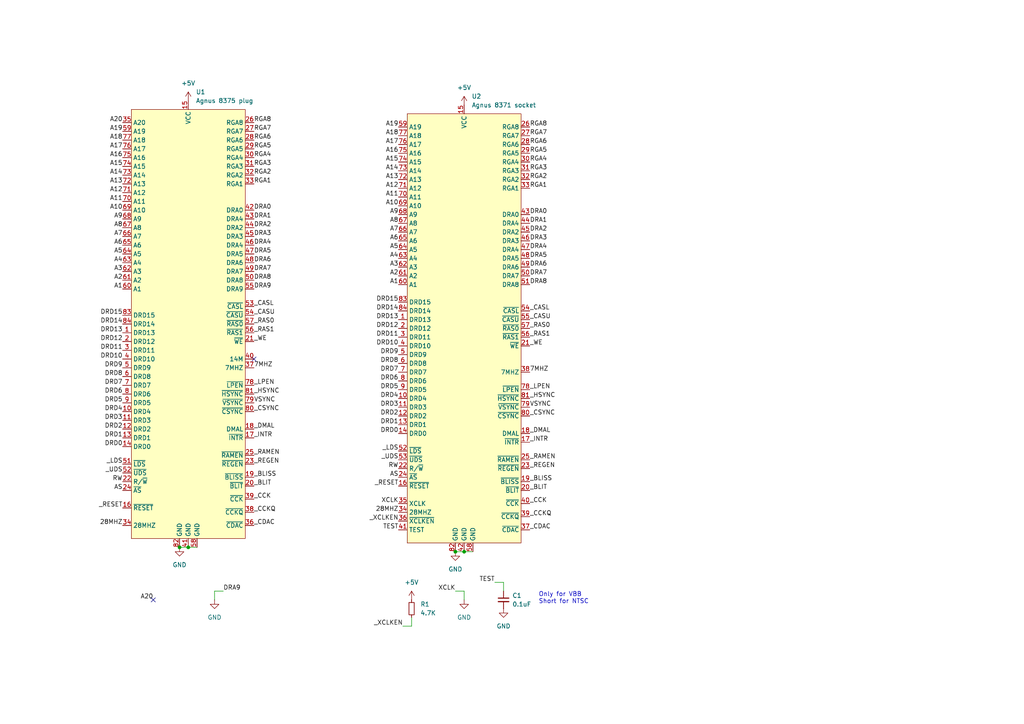
<source format=kicad_sch>
(kicad_sch (version 20231120) (generator "eeschema") (generator_version "8.0")
  (paper "A4")
  (title_block (title "A500+ Agnus retrofit SMD version") (date "2024-03-07") (rev "0.1") (company "FLACO 2024 CC-BY-NC-SA") (comment 1 "Agnus 8371/8372A on A500+ motherboard"))
  (lib_symbols
    (symbol "Device:C_Small" (pin_numbers hide) (pin_names (offset 0.254) hide)
      (property "Reference" "C" (at 0.254 1.778 0))
      (property "Value" "C_Small" (at 0.254 -2.032 0))
      (symbol "C_Small_0_1"
        (polyline (pts (xy -1.524 -0.508) (xy 1.524 -0.508)) (stroke (width 0.3302)))
        (polyline (pts (xy -1.524 0.508) (xy 1.524 0.508)) (stroke (width 0.3048)))
      )
      (symbol "C_Small_1_1"
        (pin passive line (at 0 2.54 270) (length 2.032) (name "~") (number "1"))
        (pin passive line (at 0 -2.54 90) (length 2.032) (name "~") (number "2"))
      )
    )
    (symbol "Device:R_Small" (pin_numbers hide) (pin_names (offset 0.254) hide)
      (property "Reference" "R" (at 0.762 0.508 0))
      (property "Value" "R_Small" (at 0.762 -1.016 0))
      (symbol "R_Small_0_1"
        (rectangle (start -0.762 1.778) (end 0.762 -1.778) (stroke (width 0.2032)))
      )
      (symbol "R_Small_1_1"
        (pin passive line (at 0 2.54 270) (length 0.762) (name "~") (number "1"))
        (pin passive line (at 0 -2.54 90) (length 0.762) (name "~") (number "2"))
      )
    )
    (symbol "Sassa:Agnus_8371/2A"
      (property "Reference" "U" (at 0 1.27 0))
      (property "Value" "Agnus 8375" (at 0 -1.27 0))
      (symbol "Agnus_8371/2A_1_1"
        (rectangle (start -16.51 59.69) (end 16.51 -64.77) (fill (type background)))
        (pin bidirectional line (at -19.05 0 0) (length 2.54) (name "DRD13") (number "1"))
        (pin bidirectional line (at -19.05 -22.86 0) (length 2.54) (name "DRD4") (number "10"))
        (pin bidirectional line (at -19.05 -25.4 0) (length 2.54) (name "DRD3") (number "11"))
        (pin bidirectional line (at -19.05 -27.94 0) (length 2.54) (name "DRD2") (number "12"))
        (pin bidirectional line (at -19.05 -30.48 0) (length 2.54) (name "DRD1") (number "13"))
        (pin bidirectional line (at -19.05 -33.02 0) (length 2.54) (name "DRD0") (number "14"))
        (pin power_in line (at 0 62.23 270) (length 2.54) (name "VCC") (number "15"))
        (pin bidirectional line (at -19.05 -48.26 0) (length 2.54) (name "~{RESET}") (number "16"))
        (pin output line (at 19.05 -35.56 180) (length 2.54) (name "~{INTR}") (number "17"))
        (pin input line (at 19.05 -33.02 180) (length 2.54) (name "DMAL") (number "18"))
        (pin output line (at 19.05 -46.99 180) (length 2.54) (name "~{BLISS}") (number "19"))
        (pin bidirectional line (at -19.05 -2.54 0) (length 2.54) (name "DRD12") (number "2"))
        (pin output line (at 19.05 -49.53 180) (length 2.54) (name "~{BLIT}") (number "20"))
        (pin output line (at 19.05 -7.62 180) (length 2.54) (name "~{WE}") (number "21"))
        (pin input line (at -19.05 -43.18 0) (length 2.54) (name "R/~{W}") (number "22"))
        (pin output line (at 19.05 -43.18 180) (length 2.54) (name "~{REGEN}") (number "23"))
        (pin input line (at -19.05 -45.72 0) (length 2.54) (name "~{AS}") (number "24"))
        (pin output line (at 19.05 -40.64 180) (length 2.54) (name "~{RAMEN}") (number "25"))
        (pin bidirectional line (at 19.05 55.88 180) (length 2.54) (name "RGA8") (number "26"))
        (pin bidirectional line (at 19.05 53.34 180) (length 2.54) (name "RGA7") (number "27"))
        (pin bidirectional line (at 19.05 50.8 180) (length 2.54) (name "RGA6") (number "28"))
        (pin bidirectional line (at 19.05 48.26 180) (length 2.54) (name "RGA5") (number "29"))
        (pin bidirectional line (at -19.05 -5.08 0) (length 2.54) (name "DRD11") (number "3"))
        (pin bidirectional line (at 19.05 45.72 180) (length 2.54) (name "RGA4") (number "30"))
        (pin bidirectional line (at 19.05 43.18 180) (length 2.54) (name "RGA3") (number "31"))
        (pin bidirectional line (at 19.05 40.64 180) (length 2.54) (name "RGA2") (number "32"))
        (pin bidirectional line (at 19.05 38.1 180) (length 2.54) (name "RGA1") (number "33"))
        (pin input line (at -19.05 -55.88 0) (length 2.54) (name "28MHZ") (number "34"))
        (pin input line (at -19.05 -53.34 0) (length 2.54) (name "XCLK") (number "35"))
        (pin output line (at -19.05 -58.42 0) (length 2.54) (name "~{XCLKEN}") (number "36"))
        (pin output line (at 19.05 -60.96 180) (length 2.54) (name "~{CDAC}") (number "37"))
        (pin output line (at 19.05 -15.24 180) (length 2.54) (name "7MHZ") (number "38"))
        (pin output line (at 19.05 -57.15 180) (length 2.54) (name "~{CCKQ}") (number "39"))
        (pin bidirectional line (at -19.05 -7.62 0) (length 2.54) (name "DRD10") (number "4"))
        (pin output line (at 19.05 -53.34 180) (length 2.54) (name "~{CCK}") (number "40"))
        (pin input line (at -19.05 -60.96 0) (length 2.54) (name "TEST") (number "41"))
        (pin power_in line (at 0 -67.31 90) (length 2.54) (name "GND") (number "42"))
        (pin output line (at 19.05 30.48 180) (length 2.54) (name "DRA0") (number "43"))
        (pin output line (at 19.05 27.94 180) (length 2.54) (name "DRA4") (number "44"))
        (pin output line (at 19.05 25.4 180) (length 2.54) (name "DRA2") (number "45"))
        (pin output line (at 19.05 22.86 180) (length 2.54) (name "DRA3") (number "46"))
        (pin output line (at 19.05 20.32 180) (length 2.54) (name "DRA4") (number "47"))
        (pin output line (at 19.05 17.78 180) (length 2.54) (name "DRA5") (number "48"))
        (pin output line (at 19.05 15.24 180) (length 2.54) (name "DRA6") (number "49"))
        (pin bidirectional line (at -19.05 -10.16 0) (length 2.54) (name "DRD9") (number "5"))
        (pin output line (at 19.05 12.7 180) (length 2.54) (name "DRA7") (number "50"))
        (pin output line (at 19.05 10.16 180) (length 2.54) (name "DRA8") (number "51"))
        (pin input line (at -19.05 -38.1 0) (length 2.54) (name "~{LDS}") (number "52"))
        (pin input line (at -19.05 -40.64 0) (length 2.54) (name "~{UDS}") (number "53"))
        (pin output line (at 19.05 2.54 180) (length 2.54) (name "~{CASL}") (number "54"))
        (pin output line (at 19.05 0 180) (length 2.54) (name "~{CASU}") (number "55"))
        (pin output line (at 19.05 -5.08 180) (length 2.54) (name "~{RAS1}") (number "56"))
        (pin output line (at 19.05 -2.54 180) (length 2.54) (name "~{RAS0}") (number "57"))
        (pin power_in line (at 2.54 -67.31 90) (length 2.54) (name "GND") (number "58"))
        (pin input line (at -19.05 55.88 0) (length 2.54) (name "A19") (number "59"))
        (pin bidirectional line (at -19.05 -12.7 0) (length 2.54) (name "DRD8") (number "6"))
        (pin input line (at -19.05 10.16 0) (length 2.54) (name "A1") (number "60"))
        (pin input line (at -19.05 12.7 0) (length 2.54) (name "A2") (number "61"))
        (pin input line (at -19.05 15.24 0) (length 2.54) (name "A3") (number "62"))
        (pin input line (at -19.05 17.78 0) (length 2.54) (name "A4") (number "63"))
        (pin input line (at -19.05 20.32 0) (length 2.54) (name "A5") (number "64"))
        (pin input line (at -19.05 22.86 0) (length 2.54) (name "A6") (number "65"))
        (pin input line (at -19.05 25.4 0) (length 2.54) (name "A7") (number "66"))
        (pin input line (at -19.05 27.94 0) (length 2.54) (name "A8") (number "67"))
        (pin input line (at -19.05 30.48 0) (length 2.54) (name "A9") (number "68"))
        (pin input line (at -19.05 33.02 0) (length 2.54) (name "A10") (number "69"))
        (pin bidirectional line (at -19.05 -15.24 0) (length 2.54) (name "DRD7") (number "7"))
        (pin input line (at -19.05 35.56 0) (length 2.54) (name "A11") (number "70"))
        (pin input line (at -19.05 38.1 0) (length 2.54) (name "A12") (number "71"))
        (pin input line (at -19.05 40.64 0) (length 2.54) (name "A13") (number "72"))
        (pin input line (at -19.05 43.18 0) (length 2.54) (name "A14") (number "73"))
        (pin input line (at -19.05 45.72 0) (length 2.54) (name "A15") (number "74"))
        (pin input line (at -19.05 48.26 0) (length 2.54) (name "A16") (number "75"))
        (pin input line (at -19.05 50.8 0) (length 2.54) (name "A17") (number "76"))
        (pin input line (at -19.05 53.34 0) (length 2.54) (name "A18") (number "77"))
        (pin input line (at 19.05 -20.32 180) (length 2.54) (name "~{LPEN}") (number "78"))
        (pin bidirectional line (at 19.05 -25.4 180) (length 2.54) (name "~{VSYNC}") (number "79"))
        (pin bidirectional line (at -19.05 -17.78 0) (length 2.54) (name "DRD6") (number "8"))
        (pin output line (at 19.05 -27.94 180) (length 2.54) (name "~{CSYNC}") (number "80"))
        (pin bidirectional line (at 19.05 -22.86 180) (length 2.54) (name "~{HSYNC}") (number "81"))
        (pin power_in line (at -2.54 -67.31 90) (length 2.54) (name "GND") (number "82"))
        (pin bidirectional line (at -19.05 5.08 0) (length 2.54) (name "DRD15") (number "83"))
        (pin bidirectional line (at -19.05 2.54 0) (length 2.54) (name "DRD14") (number "84"))
        (pin bidirectional line (at -19.05 -20.32 0) (length 2.54) (name "DRD5") (number "9"))
      )
    )
    (symbol "Sassa:Agnus_8375"
      (property "Reference" "U" (at 0 1.27 0))
      (property "Value" "Agnus 8375" (at 0 -1.27 0))
      (symbol "Agnus_8375_1_1"
        (rectangle (start -16.51 59.69) (end 16.51 -64.77) (fill (type background)))
        (pin bidirectional line (at -19.05 -5.08 0) (length 2.54) (name "DRD13") (number "1"))
        (pin bidirectional line (at -19.05 -27.94 0) (length 2.54) (name "DRD4") (number "10"))
        (pin bidirectional line (at -19.05 -30.48 0) (length 2.54) (name "DRD3") (number "11"))
        (pin bidirectional line (at -19.05 -33.02 0) (length 2.54) (name "DRD2") (number "12"))
        (pin bidirectional line (at -19.05 -35.56 0) (length 2.54) (name "DRD1") (number "13"))
        (pin bidirectional line (at -19.05 -38.1 0) (length 2.54) (name "DRD0") (number "14"))
        (pin power_in line (at 0 62.23 270) (length 2.54) (name "VCC") (number "15"))
        (pin bidirectional line (at -19.05 -55.88 0) (length 2.54) (name "~{RESET}") (number "16"))
        (pin output line (at 19.05 -35.56 180) (length 2.54) (name "~{INTR}") (number "17"))
        (pin input line (at 19.05 -33.02 180) (length 2.54) (name "DMAL") (number "18"))
        (pin output line (at 19.05 -46.99 180) (length 2.54) (name "~{BLISS}") (number "19"))
        (pin bidirectional line (at -19.05 -7.62 0) (length 2.54) (name "DRD12") (number "2"))
        (pin output line (at 19.05 -49.53 180) (length 2.54) (name "~{BLIT}") (number "20"))
        (pin output line (at 19.05 -7.62 180) (length 2.54) (name "~{WE}") (number "21"))
        (pin input line (at -19.05 -48.26 0) (length 2.54) (name "R/~{W}") (number "22"))
        (pin output line (at 19.05 -43.18 180) (length 2.54) (name "~{REGEN}") (number "23"))
        (pin input line (at -19.05 -50.8 0) (length 2.54) (name "~{AS}") (number "24"))
        (pin output line (at 19.05 -40.64 180) (length 2.54) (name "~{RAMEN}") (number "25"))
        (pin bidirectional line (at 19.05 55.88 180) (length 2.54) (name "RGA8") (number "26"))
        (pin bidirectional line (at 19.05 53.34 180) (length 2.54) (name "RGA7") (number "27"))
        (pin bidirectional line (at 19.05 50.8 180) (length 2.54) (name "RGA6") (number "28"))
        (pin bidirectional line (at 19.05 48.26 180) (length 2.54) (name "RGA5") (number "29"))
        (pin bidirectional line (at -19.05 -10.16 0) (length 2.54) (name "DRD11") (number "3"))
        (pin bidirectional line (at 19.05 45.72 180) (length 2.54) (name "RGA4") (number "30"))
        (pin bidirectional line (at 19.05 43.18 180) (length 2.54) (name "RGA3") (number "31"))
        (pin bidirectional line (at 19.05 40.64 180) (length 2.54) (name "RGA2") (number "32"))
        (pin bidirectional line (at 19.05 38.1 180) (length 2.54) (name "RGA1") (number "33"))
        (pin input line (at -19.05 -60.96 0) (length 2.54) (name "28MHZ") (number "34"))
        (pin input line (at -19.05 55.88 0) (length 2.54) (name "A20") (number "35"))
        (pin output line (at 19.05 -60.96 180) (length 2.54) (name "~{CDAC}") (number "36"))
        (pin output line (at 19.05 -15.24 180) (length 2.54) (name "7MHZ") (number "37"))
        (pin output line (at 19.05 -57.15 180) (length 2.54) (name "~{CCKQ}") (number "38"))
        (pin output line (at 19.05 -53.34 180) (length 2.54) (name "~{CCK}") (number "39"))
        (pin bidirectional line (at -19.05 -12.7 0) (length 2.54) (name "DRD10") (number "4"))
        (pin output line (at 19.05 -12.7 180) (length 2.54) (name "14M") (number "40"))
        (pin power_in line (at 0 -67.31 90) (length 2.54) (name "GND") (number "41"))
        (pin output line (at 19.05 30.48 180) (length 2.54) (name "DRA0") (number "42"))
        (pin output line (at 19.05 27.94 180) (length 2.54) (name "DRA4") (number "43"))
        (pin output line (at 19.05 25.4 180) (length 2.54) (name "DRA2") (number "44"))
        (pin output line (at 19.05 22.86 180) (length 2.54) (name "DRA3") (number "45"))
        (pin output line (at 19.05 20.32 180) (length 2.54) (name "DRA4") (number "46"))
        (pin output line (at 19.05 17.78 180) (length 2.54) (name "DRA5") (number "47"))
        (pin output line (at 19.05 15.24 180) (length 2.54) (name "DRA6") (number "48"))
        (pin output line (at 19.05 12.7 180) (length 2.54) (name "DRA7") (number "49"))
        (pin bidirectional line (at -19.05 -15.24 0) (length 2.54) (name "DRD9") (number "5"))
        (pin output line (at 19.05 10.16 180) (length 2.54) (name "DRA8") (number "50"))
        (pin input line (at -19.05 -43.18 0) (length 2.54) (name "~{LDS}") (number "51"))
        (pin input line (at -19.05 -45.72 0) (length 2.54) (name "~{UDS}") (number "52"))
        (pin output line (at 19.05 2.54 180) (length 2.54) (name "~{CASL}") (number "53"))
        (pin output line (at 19.05 0 180) (length 2.54) (name "~{CASU}") (number "54"))
        (pin output line (at 19.05 7.62 180) (length 2.54) (name "DRA9") (number "55"))
        (pin output line (at 19.05 -5.08 180) (length 2.54) (name "~{RAS1}") (number "56"))
        (pin output line (at 19.05 -2.54 180) (length 2.54) (name "~{RAS0}") (number "57"))
        (pin power_in line (at 2.54 -67.31 90) (length 2.54) (name "GND") (number "58"))
        (pin input line (at -19.05 53.34 0) (length 2.54) (name "A19") (number "59"))
        (pin bidirectional line (at -19.05 -17.78 0) (length 2.54) (name "DRD8") (number "6"))
        (pin input line (at -19.05 7.62 0) (length 2.54) (name "A1") (number "60"))
        (pin input line (at -19.05 10.16 0) (length 2.54) (name "A2") (number "61"))
        (pin input line (at -19.05 12.7 0) (length 2.54) (name "A3") (number "62"))
        (pin input line (at -19.05 15.24 0) (length 2.54) (name "A4") (number "63"))
        (pin input line (at -19.05 17.78 0) (length 2.54) (name "A5") (number "64"))
        (pin input line (at -19.05 20.32 0) (length 2.54) (name "A6") (number "65"))
        (pin input line (at -19.05 22.86 0) (length 2.54) (name "A7") (number "66"))
        (pin input line (at -19.05 25.4 0) (length 2.54) (name "A8") (number "67"))
        (pin input line (at -19.05 27.94 0) (length 2.54) (name "A9") (number "68"))
        (pin input line (at -19.05 30.48 0) (length 2.54) (name "A10") (number "69"))
        (pin bidirectional line (at -19.05 -20.32 0) (length 2.54) (name "DRD7") (number "7"))
        (pin input line (at -19.05 33.02 0) (length 2.54) (name "A11") (number "70"))
        (pin input line (at -19.05 35.56 0) (length 2.54) (name "A12") (number "71"))
        (pin input line (at -19.05 38.1 0) (length 2.54) (name "A13") (number "72"))
        (pin input line (at -19.05 40.64 0) (length 2.54) (name "A14") (number "73"))
        (pin input line (at -19.05 43.18 0) (length 2.54) (name "A15") (number "74"))
        (pin input line (at -19.05 45.72 0) (length 2.54) (name "A16") (number "75"))
        (pin input line (at -19.05 48.26 0) (length 2.54) (name "A17") (number "76"))
        (pin input line (at -19.05 50.8 0) (length 2.54) (name "A18") (number "77"))
        (pin input line (at 19.05 -20.32 180) (length 2.54) (name "~{LPEN}") (number "78"))
        (pin bidirectional line (at 19.05 -25.4 180) (length 2.54) (name "~{VSYNC}") (number "79"))
        (pin bidirectional line (at -19.05 -22.86 0) (length 2.54) (name "DRD6") (number "8"))
        (pin output line (at 19.05 -27.94 180) (length 2.54) (name "~{CSYNC}") (number "80"))
        (pin bidirectional line (at 19.05 -22.86 180) (length 2.54) (name "~{HSYNC}") (number "81"))
        (pin power_in line (at -2.54 -67.31 90) (length 2.54) (name "GND") (number "82"))
        (pin bidirectional line (at -19.05 0 0) (length 2.54) (name "DRD15") (number "83"))
        (pin bidirectional line (at -19.05 -2.54 0) (length 2.54) (name "DRD14") (number "84"))
        (pin bidirectional line (at -19.05 -25.4 0) (length 2.54) (name "DRD5") (number "9"))
      )
    )
    (symbol "power:+5V" (power) (pin_numbers hide) (pin_names (offset 0) hide)
      (property "Value" "+5V" (at 0 3.556 0))
      (symbol "+5V_0_1"
        (polyline (pts (xy -0.762 1.27) (xy 0 2.54)))
        (polyline (pts (xy 0 0) (xy 0 2.54)))
        (polyline (pts (xy 0 2.54) (xy 0.762 1.27)))
      )
      (symbol "+5V_1_1"
        (pin power_in line (at 0 0 90) (length 0) (name "~") (number "1"))
      )
    )
    (symbol "power:GND" (power) (pin_numbers hide) (pin_names (offset 0) hide)
      (property "Value" "GND" (at 0 -3.81 0))
      (symbol "GND_0_1"
        (polyline (pts (xy 0 0) (xy 0 -1.27) (xy 1.27 -1.27) (xy 0 -2.54) (xy -1.27 -1.27) (xy 0 -1.27)))
      )
      (symbol "GND_1_1"
        (pin power_in line (at 0 0 270) (length 0) (name "~") (number "1"))
      )
    )
  )
  (junction (at 52.07 158.75))
  (junction (at 132.08 160.02))
  (junction (at 54.61 158.75))
  (junction (at 134.62 160.02))
  (no_connect (at 44.45 173.99))
  (no_connect (at 73.66 104.14))
  (wire (pts (xy 62.23 171.45) (xy 62.23 173.99)))
  (wire (pts (xy 146.05 171.45) (xy 146.05 168.91)))
  (wire (pts (xy 54.61 158.75) (xy 57.15 158.75)))
  (wire (pts (xy 134.62 160.02) (xy 137.16 160.02)))
  (wire (pts (xy 64.77 171.45) (xy 62.23 171.45)))
  (wire (pts (xy 132.08 171.45) (xy 134.62 171.45)))
  (wire (pts (xy 134.62 171.45) (xy 134.62 173.99)))
  (wire (pts (xy 146.05 168.91) (xy 143.51 168.91)))
  (wire (pts (xy 52.07 158.75) (xy 54.61 158.75)))
  (wire (pts (xy 119.38 181.61) (xy 116.84 181.61)))
  (wire (pts (xy 132.08 160.02) (xy 134.62 160.02)))
  (wire (pts (xy 119.38 179.07) (xy 119.38 181.61)))
  (text "Only for VBB\nShort for NTSC" (at 156.21 175.26 0) (effects (font (size 1.27 1.27)) (justify left bottom)))
  (label "_BLISS" (at 153.67 139.7 0))
  (label "DRD14" (at 35.56 93.98 180))
  (label "VSYNC" (at 153.67 118.11 0))
  (label "A19" (at 115.57 36.83 180))
  (label "DRD15" (at 35.56 91.44 180))
  (label "DRD9" (at 115.57 102.87 180))
  (label "A6" (at 35.56 71.12 180))
  (label "A18" (at 35.56 40.64 180))
  (label "_RAS0" (at 73.66 93.98 0))
  (label "RGA5" (at 73.66 43.18 0))
  (label "RGA4" (at 73.66 45.72 0))
  (label "DRD7" (at 35.56 111.76 180))
  (label "A14" (at 115.57 49.53 180))
  (label "A13" (at 35.56 53.34 180))
  (label "_CASL" (at 153.67 90.17 0))
  (label "_RAS0" (at 153.67 95.25 0))
  (label "DRA1" (at 73.66 63.5 0))
  (label "RGA1" (at 73.66 53.34 0))
  (label "A12" (at 35.56 55.88 180))
  (label "_CASU" (at 73.66 91.44 0))
  (label "RGA7" (at 73.66 38.1 0))
  (label "RGA2" (at 153.67 52.07 0))
  (label "VSYNC" (at 73.66 116.84 0))
  (label "_DMAL" (at 153.67 125.73 0))
  (label "_RAMEN" (at 73.66 132.08 0))
  (label "DRD5" (at 35.56 116.84 180))
  (label "DRD11" (at 35.56 101.6 180))
  (label "A14" (at 35.56 50.8 180))
  (label "DRD10" (at 35.56 104.14 180))
  (label "_REGEN" (at 153.67 135.89 0))
  (label "_BLIT" (at 73.66 140.97 0))
  (label "RGA2" (at 73.66 50.8 0))
  (label "A18" (at 115.57 39.37 180))
  (label "_XCLKEN" (at 115.57 151.13 180))
  (label "DRA7" (at 153.67 80.01 0))
  (label "A15" (at 35.56 48.26 180))
  (label "A8" (at 35.56 66.04 180))
  (label "A11" (at 35.56 58.42 180))
  (label "DRA8" (at 73.66 81.28 0))
  (label "DRD7" (at 115.57 107.95 180))
  (label "A2" (at 115.57 80.01 180))
  (label "_WE" (at 153.67 100.33 0))
  (label "DRA6" (at 73.66 76.2 0))
  (label "A19" (at 35.56 38.1 180))
  (label "28MHZ" (at 115.57 148.59 180))
  (label "A16" (at 115.57 44.45 180))
  (label "DRD6" (at 115.57 110.49 180))
  (label "DRD3" (at 35.56 121.92 180))
  (label "DRA2" (at 73.66 66.04 0))
  (label "_HSYNC" (at 73.66 114.3 0))
  (label "DRA9" (at 64.77 171.45 0))
  (label "DRA5" (at 153.67 74.93 0))
  (label "_CCKQ" (at 153.67 149.86 0))
  (label "A10" (at 115.57 59.69 180))
  (label "DRD8" (at 115.57 105.41 180))
  (label "DRA4" (at 73.66 71.12 0))
  (label "DRD10" (at 115.57 100.33 180))
  (label "_LDS" (at 35.56 134.62 180))
  (label "RGA1" (at 153.67 54.61 0))
  (label "A16" (at 35.56 45.72 180))
  (label "RGA6" (at 73.66 40.64 0))
  (label "_REGEN" (at 73.66 134.62 0))
  (label "_INTR" (at 153.67 128.27 0))
  (label "DRD11" (at 115.57 97.79 180))
  (label "DRD9" (at 35.56 106.68 180))
  (label "DRA9" (at 73.66 83.82 0))
  (label "A3" (at 115.57 77.47 180))
  (label "_RAMEN" (at 153.67 133.35 0))
  (label "DRD2" (at 35.56 124.46 180))
  (label "A6" (at 115.57 69.85 180))
  (label "XCLK" (at 115.57 146.05 180))
  (label "A10" (at 35.56 60.96 180))
  (label "A12" (at 115.57 54.61 180))
  (label "A9" (at 115.57 62.23 180))
  (label "DRD4" (at 35.56 119.38 180))
  (label "RW" (at 35.56 139.7 180))
  (label "TEST" (at 143.51 168.91 180))
  (label "_UDS" (at 35.56 137.16 180))
  (label "_CASL" (at 73.66 88.9 0))
  (label "A20" (at 35.56 35.56 180))
  (label "_XCLKEN" (at 116.84 181.61 180))
  (label "_CCK" (at 153.67 146.05 0))
  (label "DRD6" (at 35.56 114.3 180))
  (label "DRA3" (at 153.67 69.85 0))
  (label "_CDAC" (at 153.67 153.67 0))
  (label "A5" (at 35.56 73.66 180))
  (label "RGA7" (at 153.67 39.37 0))
  (label "XCLK" (at 132.08 171.45 180))
  (label "_RAS1" (at 153.67 97.79 0))
  (label "RGA3" (at 73.66 48.26 0))
  (label "_DMAL" (at 73.66 124.46 0))
  (label "_WE" (at 73.66 99.06 0))
  (label "A7" (at 115.57 67.31 180))
  (label "DRA1" (at 153.67 64.77 0))
  (label "RGA3" (at 153.67 49.53 0))
  (label "A7" (at 35.56 68.58 180))
  (label "DRA5" (at 73.66 73.66 0))
  (label "RGA8" (at 73.66 35.56 0))
  (label "_CSYNC" (at 153.67 120.65 0))
  (label "DRD13" (at 35.56 96.52 180))
  (label "7MHZ" (at 73.66 106.68 0))
  (label "AS" (at 115.57 138.43 180))
  (label "_RAS1" (at 73.66 96.52 0))
  (label "_CSYNC" (at 73.66 119.38 0))
  (label "A17" (at 35.56 43.18 180))
  (label "_BLISS" (at 73.66 138.43 0))
  (label "DRA2" (at 153.67 67.31 0))
  (label "DRA3" (at 73.66 68.58 0))
  (label "DRD12" (at 35.56 99.06 180))
  (label "_LDS" (at 115.57 130.81 180))
  (label "AS" (at 35.56 142.24 180))
  (label "A17" (at 115.57 41.91 180))
  (label "DRA7" (at 73.66 78.74 0))
  (label "_LPEN" (at 153.67 113.03 0))
  (label "DRD2" (at 115.57 120.65 180))
  (label "DRD12" (at 115.57 95.25 180))
  (label "_RESET" (at 115.57 140.97 180))
  (label "_INTR" (at 73.66 127 0))
  (label "A20" (at 44.45 173.99 180))
  (label "A2" (at 35.56 81.28 180))
  (label "_CDAC" (at 73.66 152.4 0))
  (label "A3" (at 35.56 78.74 180))
  (label "A15" (at 115.57 46.99 180))
  (label "7MHZ" (at 153.67 107.95 0))
  (label "_BLIT" (at 153.67 142.24 0))
  (label "DRD1" (at 115.57 123.19 180))
  (label "RW" (at 115.57 135.89 180))
  (label "A9" (at 35.56 63.5 180))
  (label "DRD0" (at 115.57 125.73 180))
  (label "28MHZ" (at 35.56 152.4 180))
  (label "RGA4" (at 153.67 46.99 0))
  (label "RGA8" (at 153.67 36.83 0))
  (label "A5" (at 115.57 72.39 180))
  (label "DRD13" (at 115.57 92.71 180))
  (label "_CCKQ" (at 73.66 148.59 0))
  (label "_LPEN" (at 73.66 111.76 0))
  (label "DRD0" (at 35.56 129.54 180))
  (label "_UDS" (at 115.57 133.35 180))
  (label "DRD8" (at 35.56 109.22 180))
  (label "RGA5" (at 153.67 44.45 0))
  (label "DRD14" (at 115.57 90.17 180))
  (label "A1" (at 115.57 82.55 180))
  (label "_RESET" (at 35.56 147.32 180))
  (label "DRA4" (at 153.67 72.39 0))
  (label "A11" (at 115.57 57.15 180))
  (label "A4" (at 115.57 74.93 180))
  (label "DRA0" (at 73.66 60.96 0))
  (label "DRD1" (at 35.56 127 180))
  (label "DRD3" (at 115.57 118.11 180))
  (label "DRD15" (at 115.57 87.63 180))
  (label "DRD5" (at 115.57 113.03 180))
  (label "A4" (at 35.56 76.2 180))
  (label "_HSYNC" (at 153.67 115.57 0))
  (label "_CCK" (at 73.66 144.78 0))
  (label "DRA8" (at 153.67 82.55 0))
  (label "RGA6" (at 153.67 41.91 0))
  (label "A13" (at 115.57 52.07 180))
  (label "DRA0" (at 153.67 62.23 0))
  (label "DRA6" (at 153.67 77.47 0))
  (label "A8" (at 115.57 64.77 180))
  (label "A1" (at 35.56 83.82 180))
  (label "_CASU" (at 153.67 92.71 0))
  (label "TEST" (at 115.57 153.67 180))
  (label "DRD4" (at 115.57 115.57 180))
  (symbol (lib_id "power:+5V") (at 119.38 173.99 0) (unit 1)
    (property "Reference" "#PWR05" (effects (hide yes)))
    (property "Value" "+5V" (at 119.38 168.91 0))
    (property "Description" "Power symbol creates a global label with name \"+5V\"" (effects (hide yes)))
  )
  (symbol (lib_id "power:GND") (at 62.23 173.99 0) (unit 1)
    (property "Reference" "#PWR07" (effects (hide yes)))
    (property "Value" "GND" (at 62.23 179.07 0))
    (property "Description" "Power symbol creates a global label with name \"GND\" , ground" (effects (hide yes)))
  )
  (symbol (lib_id "power:+5V") (at 54.61 29.21 0) (unit 1)
    (property "Reference" "#PWR01" (effects (hide yes)))
    (property "Value" "+5V" (at 54.61 24.13 0))
    (property "Description" "Power symbol creates a global label with name \"+5V\"" (effects (hide yes)))
  )
  (symbol (lib_id "power:+5V") (at 134.62 30.48 0) (unit 1)
    (property "Reference" "#PWR03" (effects (hide yes)))
    (property "Value" "+5V" (at 134.62 25.4 0))
    (property "Description" "Power symbol creates a global label with name \"+5V\"" (effects (hide yes)))
  )
  (symbol (lib_id "Sassa:Agnus_8375") (at 54.61 91.44 0) (unit 1)
    (property "Reference" "U1" (at 56.8041 26.67 0) (effects (justify left)))
    (property "Value" "Agnus 8375 plug" (at 56.8041 29.21 0) (effects (justify left)))
    (property "Footprint" "Sassa:PLCC-84_SMD-Plug" (effects (hide yes)))
  )
  (symbol (lib_id "power:GND") (at 132.08 160.02 0) (unit 1)
    (property "Reference" "#PWR04" (effects (hide yes)))
    (property "Value" "GND" (at 132.08 165.1 0))
    (property "Description" "Power symbol creates a global label with name \"GND\" , ground" (effects (hide yes)))
  )
  (symbol (lib_id "Device:C_Small") (at 146.05 173.99 0) (unit 1)
    (property "Reference" "C1" (at 148.59 172.7263 0) (effects (justify left)))
    (property "Value" "0.1uF" (at 148.59 175.2663 0) (effects (justify left)))
    (property "Footprint" "Sassa:C_0805_2012Metric_shortable" (effects (hide yes)))
  )
  (symbol (lib_id "Device:R_Small") (at 119.38 176.53 0) (unit 1)
    (property "Reference" "R1" (at 121.92 175.26 0) (effects (justify left)))
    (property "Value" "4.7K" (at 121.92 177.8 0) (effects (justify left)))
    (property "Footprint" "Sassa:C_0805_2012Metric_shortable" (effects (hide yes)))
  )
  (symbol (lib_id "power:GND") (at 134.62 173.99 0) (unit 1)
    (property "Reference" "#PWR06" (effects (hide yes)))
    (property "Value" "GND" (at 134.62 179.07 0))
    (property "Description" "Power symbol creates a global label with name \"GND\" , ground" (effects (hide yes)))
  )
  (symbol (lib_id "Sassa:Agnus_8371/2A") (at 134.62 92.71 0) (unit 1)
    (property "Reference" "U2" (at 136.8141 27.94 0) (effects (justify left)))
    (property "Value" "Agnus 8371 socket" (at 136.8141 30.48 0) (effects (justify left)))
    (property "Footprint" "Package_LCC:PLCC-84_SMD-Socket" (effects (hide yes)))
  )
  (symbol (lib_id "power:GND") (at 52.07 158.75 0) (unit 1)
    (property "Reference" "#PWR02" (effects (hide yes)))
    (property "Value" "GND" (at 52.07 163.83 0))
    (property "Description" "Power symbol creates a global label with name \"GND\" , ground" (effects (hide yes)))
  )
  (symbol (lib_id "power:GND") (at 146.05 176.53 0) (unit 1)
    (property "Reference" "#PWR08" (effects (hide yes)))
    (property "Value" "GND" (at 146.05 181.61 0))
    (property "Description" "Power symbol creates a global label with name \"GND\" , ground" (effects (hide yes)))
  )
)
</source>
